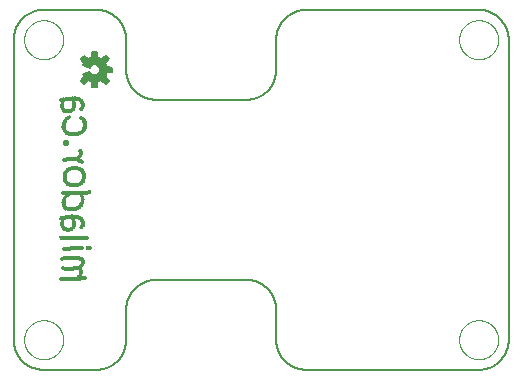
<source format=gbo>
G75*
%MOIN*%
%OFA0B0*%
%FSLAX25Y25*%
%IPPOS*%
%LPD*%
%AMOC8*
5,1,8,0,0,1.08239X$1,22.5*
%
%ADD10C,0.00800*%
%ADD11R,0.00130X0.00390*%
%ADD12R,0.00130X0.00260*%
%ADD13R,0.00130X0.00780*%
%ADD14R,0.00130X0.00650*%
%ADD15R,0.00130X0.00910*%
%ADD16R,0.00130X0.01040*%
%ADD17R,0.00130X0.01040*%
%ADD18R,0.00130X0.01170*%
%ADD19R,0.00130X0.01430*%
%ADD20R,0.00130X0.01560*%
%ADD21R,0.00130X0.02210*%
%ADD22R,0.00130X0.00130*%
%ADD23R,0.00130X0.01170*%
%ADD24R,0.00130X0.01300*%
%ADD25R,0.00130X0.03900*%
%ADD26R,0.00130X0.04030*%
%ADD27R,0.00130X0.04290*%
%ADD28R,0.00130X0.01950*%
%ADD29R,0.00130X0.02340*%
%ADD30R,0.00130X0.04420*%
%ADD31R,0.00130X0.04550*%
%ADD32R,0.00130X0.02600*%
%ADD33R,0.00130X0.00520*%
%ADD34R,0.00130X0.02990*%
%ADD35R,0.00130X0.03120*%
%ADD36R,0.00130X0.01690*%
%ADD37R,0.00130X0.03510*%
%ADD38R,0.00130X0.04680*%
%ADD39R,0.00130X0.03640*%
%ADD40R,0.00130X0.04290*%
%ADD41R,0.00130X0.01690*%
%ADD42R,0.00130X0.04940*%
%ADD43R,0.00130X0.05200*%
%ADD44R,0.00130X0.01820*%
%ADD45R,0.00130X0.02860*%
%ADD46R,0.00130X0.02080*%
%ADD47R,0.00130X0.02470*%
%ADD48R,0.00130X0.04940*%
%ADD49R,0.00130X0.01820*%
%ADD50R,0.00130X0.00390*%
%ADD51R,0.00130X0.05070*%
%ADD52R,0.00130X0.04810*%
%ADD53R,0.00130X0.03250*%
%ADD54R,0.00130X0.02730*%
%ADD55R,0.00130X0.02340*%
%ADD56R,0.00130X0.05070*%
%ADD57R,0.00130X0.03120*%
%ADD58R,0.00130X0.05460*%
%ADD59R,0.00130X0.02470*%
%ADD60R,0.00130X0.03770*%
%ADD61R,0.00130X0.05330*%
%ADD62R,0.00130X0.04160*%
%ADD63R,0.00130X0.03380*%
%ADD64R,0.00130X0.03770*%
%ADD65R,0.00130X0.00520*%
%ADD66C,0.00000*%
%ADD67C,0.00591*%
D10*
X0012250Y0015449D02*
X0029750Y0015449D01*
X0029992Y0015452D01*
X0030233Y0015461D01*
X0030474Y0015475D01*
X0030715Y0015496D01*
X0030955Y0015522D01*
X0031195Y0015554D01*
X0031434Y0015592D01*
X0031671Y0015635D01*
X0031908Y0015685D01*
X0032143Y0015740D01*
X0032377Y0015800D01*
X0032609Y0015867D01*
X0032840Y0015938D01*
X0033069Y0016016D01*
X0033296Y0016099D01*
X0033521Y0016187D01*
X0033744Y0016281D01*
X0033964Y0016380D01*
X0034182Y0016485D01*
X0034397Y0016594D01*
X0034610Y0016709D01*
X0034820Y0016829D01*
X0035026Y0016954D01*
X0035230Y0017084D01*
X0035431Y0017219D01*
X0035628Y0017359D01*
X0035822Y0017503D01*
X0036012Y0017652D01*
X0036198Y0017806D01*
X0036381Y0017964D01*
X0036560Y0018126D01*
X0036735Y0018293D01*
X0036906Y0018464D01*
X0037073Y0018639D01*
X0037235Y0018818D01*
X0037393Y0019001D01*
X0037547Y0019187D01*
X0037696Y0019377D01*
X0037840Y0019571D01*
X0037980Y0019768D01*
X0038115Y0019969D01*
X0038245Y0020173D01*
X0038370Y0020379D01*
X0038490Y0020589D01*
X0038605Y0020802D01*
X0038714Y0021017D01*
X0038819Y0021235D01*
X0038918Y0021455D01*
X0039012Y0021678D01*
X0039100Y0021903D01*
X0039183Y0022130D01*
X0039261Y0022359D01*
X0039332Y0022590D01*
X0039399Y0022822D01*
X0039459Y0023056D01*
X0039514Y0023291D01*
X0039564Y0023528D01*
X0039607Y0023765D01*
X0039645Y0024004D01*
X0039677Y0024244D01*
X0039703Y0024484D01*
X0039724Y0024725D01*
X0039738Y0024966D01*
X0039747Y0025207D01*
X0039750Y0025449D01*
X0039750Y0035449D01*
X0039753Y0035691D01*
X0039762Y0035932D01*
X0039776Y0036173D01*
X0039797Y0036414D01*
X0039823Y0036654D01*
X0039855Y0036894D01*
X0039893Y0037133D01*
X0039936Y0037370D01*
X0039986Y0037607D01*
X0040041Y0037842D01*
X0040101Y0038076D01*
X0040168Y0038308D01*
X0040239Y0038539D01*
X0040317Y0038768D01*
X0040400Y0038995D01*
X0040488Y0039220D01*
X0040582Y0039443D01*
X0040681Y0039663D01*
X0040786Y0039881D01*
X0040895Y0040096D01*
X0041010Y0040309D01*
X0041130Y0040519D01*
X0041255Y0040725D01*
X0041385Y0040929D01*
X0041520Y0041130D01*
X0041660Y0041327D01*
X0041804Y0041521D01*
X0041953Y0041711D01*
X0042107Y0041897D01*
X0042265Y0042080D01*
X0042427Y0042259D01*
X0042594Y0042434D01*
X0042765Y0042605D01*
X0042940Y0042772D01*
X0043119Y0042934D01*
X0043302Y0043092D01*
X0043488Y0043246D01*
X0043678Y0043395D01*
X0043872Y0043539D01*
X0044069Y0043679D01*
X0044270Y0043814D01*
X0044474Y0043944D01*
X0044680Y0044069D01*
X0044890Y0044189D01*
X0045103Y0044304D01*
X0045318Y0044413D01*
X0045536Y0044518D01*
X0045756Y0044617D01*
X0045979Y0044711D01*
X0046204Y0044799D01*
X0046431Y0044882D01*
X0046660Y0044960D01*
X0046891Y0045031D01*
X0047123Y0045098D01*
X0047357Y0045158D01*
X0047592Y0045213D01*
X0047829Y0045263D01*
X0048066Y0045306D01*
X0048305Y0045344D01*
X0048545Y0045376D01*
X0048785Y0045402D01*
X0049026Y0045423D01*
X0049267Y0045437D01*
X0049508Y0045446D01*
X0049750Y0045449D01*
X0079750Y0045449D01*
X0079992Y0045446D01*
X0080233Y0045437D01*
X0080474Y0045423D01*
X0080715Y0045402D01*
X0080955Y0045376D01*
X0081195Y0045344D01*
X0081434Y0045306D01*
X0081671Y0045263D01*
X0081908Y0045213D01*
X0082143Y0045158D01*
X0082377Y0045098D01*
X0082609Y0045031D01*
X0082840Y0044960D01*
X0083069Y0044882D01*
X0083296Y0044799D01*
X0083521Y0044711D01*
X0083744Y0044617D01*
X0083964Y0044518D01*
X0084182Y0044413D01*
X0084397Y0044304D01*
X0084610Y0044189D01*
X0084820Y0044069D01*
X0085026Y0043944D01*
X0085230Y0043814D01*
X0085431Y0043679D01*
X0085628Y0043539D01*
X0085822Y0043395D01*
X0086012Y0043246D01*
X0086198Y0043092D01*
X0086381Y0042934D01*
X0086560Y0042772D01*
X0086735Y0042605D01*
X0086906Y0042434D01*
X0087073Y0042259D01*
X0087235Y0042080D01*
X0087393Y0041897D01*
X0087547Y0041711D01*
X0087696Y0041521D01*
X0087840Y0041327D01*
X0087980Y0041130D01*
X0088115Y0040929D01*
X0088245Y0040725D01*
X0088370Y0040519D01*
X0088490Y0040309D01*
X0088605Y0040096D01*
X0088714Y0039881D01*
X0088819Y0039663D01*
X0088918Y0039443D01*
X0089012Y0039220D01*
X0089100Y0038995D01*
X0089183Y0038768D01*
X0089261Y0038539D01*
X0089332Y0038308D01*
X0089399Y0038076D01*
X0089459Y0037842D01*
X0089514Y0037607D01*
X0089564Y0037370D01*
X0089607Y0037133D01*
X0089645Y0036894D01*
X0089677Y0036654D01*
X0089703Y0036414D01*
X0089724Y0036173D01*
X0089738Y0035932D01*
X0089747Y0035691D01*
X0089750Y0035449D01*
X0089750Y0025449D01*
X0089753Y0025207D01*
X0089762Y0024966D01*
X0089776Y0024725D01*
X0089797Y0024484D01*
X0089823Y0024244D01*
X0089855Y0024004D01*
X0089893Y0023765D01*
X0089936Y0023528D01*
X0089986Y0023291D01*
X0090041Y0023056D01*
X0090101Y0022822D01*
X0090168Y0022590D01*
X0090239Y0022359D01*
X0090317Y0022130D01*
X0090400Y0021903D01*
X0090488Y0021678D01*
X0090582Y0021455D01*
X0090681Y0021235D01*
X0090786Y0021017D01*
X0090895Y0020802D01*
X0091010Y0020589D01*
X0091130Y0020379D01*
X0091255Y0020173D01*
X0091385Y0019969D01*
X0091520Y0019768D01*
X0091660Y0019571D01*
X0091804Y0019377D01*
X0091953Y0019187D01*
X0092107Y0019001D01*
X0092265Y0018818D01*
X0092427Y0018639D01*
X0092594Y0018464D01*
X0092765Y0018293D01*
X0092940Y0018126D01*
X0093119Y0017964D01*
X0093302Y0017806D01*
X0093488Y0017652D01*
X0093678Y0017503D01*
X0093872Y0017359D01*
X0094069Y0017219D01*
X0094270Y0017084D01*
X0094474Y0016954D01*
X0094680Y0016829D01*
X0094890Y0016709D01*
X0095103Y0016594D01*
X0095318Y0016485D01*
X0095536Y0016380D01*
X0095756Y0016281D01*
X0095979Y0016187D01*
X0096204Y0016099D01*
X0096431Y0016016D01*
X0096660Y0015938D01*
X0096891Y0015867D01*
X0097123Y0015800D01*
X0097357Y0015740D01*
X0097592Y0015685D01*
X0097829Y0015635D01*
X0098066Y0015592D01*
X0098305Y0015554D01*
X0098545Y0015522D01*
X0098785Y0015496D01*
X0099026Y0015475D01*
X0099267Y0015461D01*
X0099508Y0015452D01*
X0099750Y0015449D01*
X0157250Y0015449D01*
X0157492Y0015452D01*
X0157733Y0015461D01*
X0157974Y0015475D01*
X0158215Y0015496D01*
X0158455Y0015522D01*
X0158695Y0015554D01*
X0158934Y0015592D01*
X0159171Y0015635D01*
X0159408Y0015685D01*
X0159643Y0015740D01*
X0159877Y0015800D01*
X0160109Y0015867D01*
X0160340Y0015938D01*
X0160569Y0016016D01*
X0160796Y0016099D01*
X0161021Y0016187D01*
X0161244Y0016281D01*
X0161464Y0016380D01*
X0161682Y0016485D01*
X0161897Y0016594D01*
X0162110Y0016709D01*
X0162320Y0016829D01*
X0162526Y0016954D01*
X0162730Y0017084D01*
X0162931Y0017219D01*
X0163128Y0017359D01*
X0163322Y0017503D01*
X0163512Y0017652D01*
X0163698Y0017806D01*
X0163881Y0017964D01*
X0164060Y0018126D01*
X0164235Y0018293D01*
X0164406Y0018464D01*
X0164573Y0018639D01*
X0164735Y0018818D01*
X0164893Y0019001D01*
X0165047Y0019187D01*
X0165196Y0019377D01*
X0165340Y0019571D01*
X0165480Y0019768D01*
X0165615Y0019969D01*
X0165745Y0020173D01*
X0165870Y0020379D01*
X0165990Y0020589D01*
X0166105Y0020802D01*
X0166214Y0021017D01*
X0166319Y0021235D01*
X0166418Y0021455D01*
X0166512Y0021678D01*
X0166600Y0021903D01*
X0166683Y0022130D01*
X0166761Y0022359D01*
X0166832Y0022590D01*
X0166899Y0022822D01*
X0166959Y0023056D01*
X0167014Y0023291D01*
X0167064Y0023528D01*
X0167107Y0023765D01*
X0167145Y0024004D01*
X0167177Y0024244D01*
X0167203Y0024484D01*
X0167224Y0024725D01*
X0167238Y0024966D01*
X0167247Y0025207D01*
X0167250Y0025449D01*
X0167250Y0125449D01*
X0167247Y0125691D01*
X0167238Y0125932D01*
X0167224Y0126173D01*
X0167203Y0126414D01*
X0167177Y0126654D01*
X0167145Y0126894D01*
X0167107Y0127133D01*
X0167064Y0127370D01*
X0167014Y0127607D01*
X0166959Y0127842D01*
X0166899Y0128076D01*
X0166832Y0128308D01*
X0166761Y0128539D01*
X0166683Y0128768D01*
X0166600Y0128995D01*
X0166512Y0129220D01*
X0166418Y0129443D01*
X0166319Y0129663D01*
X0166214Y0129881D01*
X0166105Y0130096D01*
X0165990Y0130309D01*
X0165870Y0130519D01*
X0165745Y0130725D01*
X0165615Y0130929D01*
X0165480Y0131130D01*
X0165340Y0131327D01*
X0165196Y0131521D01*
X0165047Y0131711D01*
X0164893Y0131897D01*
X0164735Y0132080D01*
X0164573Y0132259D01*
X0164406Y0132434D01*
X0164235Y0132605D01*
X0164060Y0132772D01*
X0163881Y0132934D01*
X0163698Y0133092D01*
X0163512Y0133246D01*
X0163322Y0133395D01*
X0163128Y0133539D01*
X0162931Y0133679D01*
X0162730Y0133814D01*
X0162526Y0133944D01*
X0162320Y0134069D01*
X0162110Y0134189D01*
X0161897Y0134304D01*
X0161682Y0134413D01*
X0161464Y0134518D01*
X0161244Y0134617D01*
X0161021Y0134711D01*
X0160796Y0134799D01*
X0160569Y0134882D01*
X0160340Y0134960D01*
X0160109Y0135031D01*
X0159877Y0135098D01*
X0159643Y0135158D01*
X0159408Y0135213D01*
X0159171Y0135263D01*
X0158934Y0135306D01*
X0158695Y0135344D01*
X0158455Y0135376D01*
X0158215Y0135402D01*
X0157974Y0135423D01*
X0157733Y0135437D01*
X0157492Y0135446D01*
X0157250Y0135449D01*
X0099750Y0135449D01*
X0099508Y0135446D01*
X0099267Y0135437D01*
X0099026Y0135423D01*
X0098785Y0135402D01*
X0098545Y0135376D01*
X0098305Y0135344D01*
X0098066Y0135306D01*
X0097829Y0135263D01*
X0097592Y0135213D01*
X0097357Y0135158D01*
X0097123Y0135098D01*
X0096891Y0135031D01*
X0096660Y0134960D01*
X0096431Y0134882D01*
X0096204Y0134799D01*
X0095979Y0134711D01*
X0095756Y0134617D01*
X0095536Y0134518D01*
X0095318Y0134413D01*
X0095103Y0134304D01*
X0094890Y0134189D01*
X0094680Y0134069D01*
X0094474Y0133944D01*
X0094270Y0133814D01*
X0094069Y0133679D01*
X0093872Y0133539D01*
X0093678Y0133395D01*
X0093488Y0133246D01*
X0093302Y0133092D01*
X0093119Y0132934D01*
X0092940Y0132772D01*
X0092765Y0132605D01*
X0092594Y0132434D01*
X0092427Y0132259D01*
X0092265Y0132080D01*
X0092107Y0131897D01*
X0091953Y0131711D01*
X0091804Y0131521D01*
X0091660Y0131327D01*
X0091520Y0131130D01*
X0091385Y0130929D01*
X0091255Y0130725D01*
X0091130Y0130519D01*
X0091010Y0130309D01*
X0090895Y0130096D01*
X0090786Y0129881D01*
X0090681Y0129663D01*
X0090582Y0129443D01*
X0090488Y0129220D01*
X0090400Y0128995D01*
X0090317Y0128768D01*
X0090239Y0128539D01*
X0090168Y0128308D01*
X0090101Y0128076D01*
X0090041Y0127842D01*
X0089986Y0127607D01*
X0089936Y0127370D01*
X0089893Y0127133D01*
X0089855Y0126894D01*
X0089823Y0126654D01*
X0089797Y0126414D01*
X0089776Y0126173D01*
X0089762Y0125932D01*
X0089753Y0125691D01*
X0089750Y0125449D01*
X0089750Y0115449D01*
X0089747Y0115207D01*
X0089738Y0114966D01*
X0089724Y0114725D01*
X0089703Y0114484D01*
X0089677Y0114244D01*
X0089645Y0114004D01*
X0089607Y0113765D01*
X0089564Y0113528D01*
X0089514Y0113291D01*
X0089459Y0113056D01*
X0089399Y0112822D01*
X0089332Y0112590D01*
X0089261Y0112359D01*
X0089183Y0112130D01*
X0089100Y0111903D01*
X0089012Y0111678D01*
X0088918Y0111455D01*
X0088819Y0111235D01*
X0088714Y0111017D01*
X0088605Y0110802D01*
X0088490Y0110589D01*
X0088370Y0110379D01*
X0088245Y0110173D01*
X0088115Y0109969D01*
X0087980Y0109768D01*
X0087840Y0109571D01*
X0087696Y0109377D01*
X0087547Y0109187D01*
X0087393Y0109001D01*
X0087235Y0108818D01*
X0087073Y0108639D01*
X0086906Y0108464D01*
X0086735Y0108293D01*
X0086560Y0108126D01*
X0086381Y0107964D01*
X0086198Y0107806D01*
X0086012Y0107652D01*
X0085822Y0107503D01*
X0085628Y0107359D01*
X0085431Y0107219D01*
X0085230Y0107084D01*
X0085026Y0106954D01*
X0084820Y0106829D01*
X0084610Y0106709D01*
X0084397Y0106594D01*
X0084182Y0106485D01*
X0083964Y0106380D01*
X0083744Y0106281D01*
X0083521Y0106187D01*
X0083296Y0106099D01*
X0083069Y0106016D01*
X0082840Y0105938D01*
X0082609Y0105867D01*
X0082377Y0105800D01*
X0082143Y0105740D01*
X0081908Y0105685D01*
X0081671Y0105635D01*
X0081434Y0105592D01*
X0081195Y0105554D01*
X0080955Y0105522D01*
X0080715Y0105496D01*
X0080474Y0105475D01*
X0080233Y0105461D01*
X0079992Y0105452D01*
X0079750Y0105449D01*
X0049750Y0105449D01*
X0049508Y0105452D01*
X0049267Y0105461D01*
X0049026Y0105475D01*
X0048785Y0105496D01*
X0048545Y0105522D01*
X0048305Y0105554D01*
X0048066Y0105592D01*
X0047829Y0105635D01*
X0047592Y0105685D01*
X0047357Y0105740D01*
X0047123Y0105800D01*
X0046891Y0105867D01*
X0046660Y0105938D01*
X0046431Y0106016D01*
X0046204Y0106099D01*
X0045979Y0106187D01*
X0045756Y0106281D01*
X0045536Y0106380D01*
X0045318Y0106485D01*
X0045103Y0106594D01*
X0044890Y0106709D01*
X0044680Y0106829D01*
X0044474Y0106954D01*
X0044270Y0107084D01*
X0044069Y0107219D01*
X0043872Y0107359D01*
X0043678Y0107503D01*
X0043488Y0107652D01*
X0043302Y0107806D01*
X0043119Y0107964D01*
X0042940Y0108126D01*
X0042765Y0108293D01*
X0042594Y0108464D01*
X0042427Y0108639D01*
X0042265Y0108818D01*
X0042107Y0109001D01*
X0041953Y0109187D01*
X0041804Y0109377D01*
X0041660Y0109571D01*
X0041520Y0109768D01*
X0041385Y0109969D01*
X0041255Y0110173D01*
X0041130Y0110379D01*
X0041010Y0110589D01*
X0040895Y0110802D01*
X0040786Y0111017D01*
X0040681Y0111235D01*
X0040582Y0111455D01*
X0040488Y0111678D01*
X0040400Y0111903D01*
X0040317Y0112130D01*
X0040239Y0112359D01*
X0040168Y0112590D01*
X0040101Y0112822D01*
X0040041Y0113056D01*
X0039986Y0113291D01*
X0039936Y0113528D01*
X0039893Y0113765D01*
X0039855Y0114004D01*
X0039823Y0114244D01*
X0039797Y0114484D01*
X0039776Y0114725D01*
X0039762Y0114966D01*
X0039753Y0115207D01*
X0039750Y0115449D01*
X0039750Y0125449D01*
X0039747Y0125691D01*
X0039738Y0125932D01*
X0039724Y0126173D01*
X0039703Y0126414D01*
X0039677Y0126654D01*
X0039645Y0126894D01*
X0039607Y0127133D01*
X0039564Y0127370D01*
X0039514Y0127607D01*
X0039459Y0127842D01*
X0039399Y0128076D01*
X0039332Y0128308D01*
X0039261Y0128539D01*
X0039183Y0128768D01*
X0039100Y0128995D01*
X0039012Y0129220D01*
X0038918Y0129443D01*
X0038819Y0129663D01*
X0038714Y0129881D01*
X0038605Y0130096D01*
X0038490Y0130309D01*
X0038370Y0130519D01*
X0038245Y0130725D01*
X0038115Y0130929D01*
X0037980Y0131130D01*
X0037840Y0131327D01*
X0037696Y0131521D01*
X0037547Y0131711D01*
X0037393Y0131897D01*
X0037235Y0132080D01*
X0037073Y0132259D01*
X0036906Y0132434D01*
X0036735Y0132605D01*
X0036560Y0132772D01*
X0036381Y0132934D01*
X0036198Y0133092D01*
X0036012Y0133246D01*
X0035822Y0133395D01*
X0035628Y0133539D01*
X0035431Y0133679D01*
X0035230Y0133814D01*
X0035026Y0133944D01*
X0034820Y0134069D01*
X0034610Y0134189D01*
X0034397Y0134304D01*
X0034182Y0134413D01*
X0033964Y0134518D01*
X0033744Y0134617D01*
X0033521Y0134711D01*
X0033296Y0134799D01*
X0033069Y0134882D01*
X0032840Y0134960D01*
X0032609Y0135031D01*
X0032377Y0135098D01*
X0032143Y0135158D01*
X0031908Y0135213D01*
X0031671Y0135263D01*
X0031434Y0135306D01*
X0031195Y0135344D01*
X0030955Y0135376D01*
X0030715Y0135402D01*
X0030474Y0135423D01*
X0030233Y0135437D01*
X0029992Y0135446D01*
X0029750Y0135449D01*
X0012250Y0135449D01*
X0012008Y0135446D01*
X0011767Y0135437D01*
X0011526Y0135423D01*
X0011285Y0135402D01*
X0011045Y0135376D01*
X0010805Y0135344D01*
X0010566Y0135306D01*
X0010329Y0135263D01*
X0010092Y0135213D01*
X0009857Y0135158D01*
X0009623Y0135098D01*
X0009391Y0135031D01*
X0009160Y0134960D01*
X0008931Y0134882D01*
X0008704Y0134799D01*
X0008479Y0134711D01*
X0008256Y0134617D01*
X0008036Y0134518D01*
X0007818Y0134413D01*
X0007603Y0134304D01*
X0007390Y0134189D01*
X0007180Y0134069D01*
X0006974Y0133944D01*
X0006770Y0133814D01*
X0006569Y0133679D01*
X0006372Y0133539D01*
X0006178Y0133395D01*
X0005988Y0133246D01*
X0005802Y0133092D01*
X0005619Y0132934D01*
X0005440Y0132772D01*
X0005265Y0132605D01*
X0005094Y0132434D01*
X0004927Y0132259D01*
X0004765Y0132080D01*
X0004607Y0131897D01*
X0004453Y0131711D01*
X0004304Y0131521D01*
X0004160Y0131327D01*
X0004020Y0131130D01*
X0003885Y0130929D01*
X0003755Y0130725D01*
X0003630Y0130519D01*
X0003510Y0130309D01*
X0003395Y0130096D01*
X0003286Y0129881D01*
X0003181Y0129663D01*
X0003082Y0129443D01*
X0002988Y0129220D01*
X0002900Y0128995D01*
X0002817Y0128768D01*
X0002739Y0128539D01*
X0002668Y0128308D01*
X0002601Y0128076D01*
X0002541Y0127842D01*
X0002486Y0127607D01*
X0002436Y0127370D01*
X0002393Y0127133D01*
X0002355Y0126894D01*
X0002323Y0126654D01*
X0002297Y0126414D01*
X0002276Y0126173D01*
X0002262Y0125932D01*
X0002253Y0125691D01*
X0002250Y0125449D01*
X0002250Y0025449D01*
X0002253Y0025207D01*
X0002262Y0024966D01*
X0002276Y0024725D01*
X0002297Y0024484D01*
X0002323Y0024244D01*
X0002355Y0024004D01*
X0002393Y0023765D01*
X0002436Y0023528D01*
X0002486Y0023291D01*
X0002541Y0023056D01*
X0002601Y0022822D01*
X0002668Y0022590D01*
X0002739Y0022359D01*
X0002817Y0022130D01*
X0002900Y0021903D01*
X0002988Y0021678D01*
X0003082Y0021455D01*
X0003181Y0021235D01*
X0003286Y0021017D01*
X0003395Y0020802D01*
X0003510Y0020589D01*
X0003630Y0020379D01*
X0003755Y0020173D01*
X0003885Y0019969D01*
X0004020Y0019768D01*
X0004160Y0019571D01*
X0004304Y0019377D01*
X0004453Y0019187D01*
X0004607Y0019001D01*
X0004765Y0018818D01*
X0004927Y0018639D01*
X0005094Y0018464D01*
X0005265Y0018293D01*
X0005440Y0018126D01*
X0005619Y0017964D01*
X0005802Y0017806D01*
X0005988Y0017652D01*
X0006178Y0017503D01*
X0006372Y0017359D01*
X0006569Y0017219D01*
X0006770Y0017084D01*
X0006974Y0016954D01*
X0007180Y0016829D01*
X0007390Y0016709D01*
X0007603Y0016594D01*
X0007818Y0016485D01*
X0008036Y0016380D01*
X0008256Y0016281D01*
X0008479Y0016187D01*
X0008704Y0016099D01*
X0008931Y0016016D01*
X0009160Y0015938D01*
X0009391Y0015867D01*
X0009623Y0015800D01*
X0009857Y0015740D01*
X0010092Y0015685D01*
X0010329Y0015635D01*
X0010566Y0015592D01*
X0010805Y0015554D01*
X0011045Y0015522D01*
X0011285Y0015496D01*
X0011526Y0015475D01*
X0011767Y0015461D01*
X0012008Y0015452D01*
X0012250Y0015449D01*
D11*
X0017600Y0059589D03*
X0027350Y0059459D03*
X0024490Y0102229D03*
D12*
X0024360Y0099304D03*
X0018900Y0090984D03*
X0025920Y0072134D03*
X0024490Y0062774D03*
X0017730Y0045614D03*
D13*
X0017860Y0045614D03*
X0018120Y0052374D03*
X0017730Y0059654D03*
X0028260Y0056014D03*
X0018900Y0085264D03*
X0021110Y0099564D03*
X0024490Y0099304D03*
D14*
X0017730Y0105219D03*
X0025660Y0084679D03*
X0018380Y0074279D03*
X0017730Y0065829D03*
X0025790Y0055949D03*
X0018640Y0055559D03*
X0017990Y0052309D03*
X0018250Y0049319D03*
D15*
X0018380Y0049319D03*
X0018510Y0049319D03*
X0017990Y0045679D03*
X0026440Y0046199D03*
X0018770Y0055559D03*
X0017860Y0059589D03*
X0017860Y0065829D03*
X0024620Y0062839D03*
X0027090Y0059459D03*
X0027220Y0059459D03*
X0025660Y0055949D03*
X0028000Y0074539D03*
X0018510Y0074279D03*
X0025530Y0084679D03*
X0024100Y0088449D03*
X0018510Y0096509D03*
X0024620Y0099369D03*
X0024620Y0102229D03*
X0017860Y0105219D03*
D16*
X0017990Y0059524D03*
X0018120Y0059524D03*
X0018250Y0059524D03*
X0018380Y0059524D03*
X0018380Y0052374D03*
X0018250Y0052374D03*
D17*
X0018770Y0052504D03*
X0019030Y0049254D03*
X0019160Y0049254D03*
X0022410Y0049254D03*
X0022540Y0049254D03*
X0022670Y0049254D03*
X0022800Y0049254D03*
X0022930Y0049254D03*
X0023710Y0052764D03*
X0025530Y0056014D03*
X0026830Y0056014D03*
X0021500Y0055884D03*
X0018250Y0065894D03*
X0018120Y0065894D03*
X0017990Y0065894D03*
X0023060Y0066414D03*
X0023190Y0066414D03*
X0018640Y0074214D03*
X0027870Y0074604D03*
X0025400Y0084744D03*
X0019030Y0085264D03*
X0019030Y0090984D03*
X0020590Y0091114D03*
X0020980Y0099564D03*
X0024750Y0099304D03*
X0024880Y0099304D03*
X0018120Y0105284D03*
X0017990Y0105284D03*
X0020590Y0105804D03*
X0023190Y0105804D03*
X0023320Y0105804D03*
X0026180Y0046134D03*
X0026310Y0046134D03*
D18*
X0026050Y0046069D03*
X0025920Y0046069D03*
X0025790Y0046069D03*
X0023060Y0045679D03*
X0023060Y0049319D03*
X0023190Y0049319D03*
X0023320Y0049319D03*
X0023450Y0049319D03*
X0023580Y0049319D03*
X0023710Y0049319D03*
X0024360Y0052569D03*
X0023580Y0052829D03*
X0023450Y0052829D03*
X0023320Y0052829D03*
X0023190Y0052829D03*
X0023060Y0052829D03*
X0022930Y0052829D03*
X0022800Y0052829D03*
X0022670Y0052829D03*
X0022540Y0052829D03*
X0022410Y0052829D03*
X0022280Y0052829D03*
X0022150Y0052829D03*
X0022020Y0052829D03*
X0021890Y0052829D03*
X0021760Y0052829D03*
X0021630Y0052829D03*
X0021500Y0052829D03*
X0021370Y0052829D03*
X0021240Y0052829D03*
X0021110Y0052829D03*
X0020980Y0052829D03*
X0020850Y0052829D03*
X0020720Y0052829D03*
X0019420Y0052569D03*
X0019290Y0052569D03*
X0019160Y0052569D03*
X0019030Y0052569D03*
X0018900Y0052569D03*
X0018900Y0049319D03*
X0018770Y0049319D03*
X0018640Y0049319D03*
X0018250Y0045679D03*
X0018120Y0045679D03*
X0020200Y0055819D03*
X0020330Y0055819D03*
X0020460Y0055819D03*
X0020590Y0055819D03*
X0020720Y0055819D03*
X0020850Y0055819D03*
X0020980Y0055819D03*
X0021110Y0055819D03*
X0021240Y0055819D03*
X0021370Y0055819D03*
X0021370Y0059329D03*
X0021500Y0059329D03*
X0021630Y0059329D03*
X0021760Y0059329D03*
X0021890Y0059329D03*
X0022020Y0059329D03*
X0022150Y0059329D03*
X0022280Y0059329D03*
X0022410Y0059329D03*
X0022540Y0059329D03*
X0022670Y0059329D03*
X0022800Y0059329D03*
X0022930Y0059329D03*
X0023060Y0059329D03*
X0023190Y0059329D03*
X0023320Y0059329D03*
X0023450Y0059329D03*
X0023580Y0059329D03*
X0023710Y0059329D03*
X0023840Y0059329D03*
X0023970Y0059329D03*
X0024100Y0059329D03*
X0024230Y0059329D03*
X0024360Y0059329D03*
X0024490Y0059329D03*
X0024620Y0059329D03*
X0024750Y0059329D03*
X0024880Y0059329D03*
X0025010Y0059329D03*
X0025140Y0059329D03*
X0024750Y0062969D03*
X0023970Y0066219D03*
X0023840Y0066219D03*
X0022930Y0066479D03*
X0022800Y0066479D03*
X0022670Y0066479D03*
X0023060Y0069079D03*
X0019810Y0066219D03*
X0019680Y0066219D03*
X0021370Y0062319D03*
X0021240Y0059329D03*
X0021110Y0059329D03*
X0020980Y0059329D03*
X0028130Y0056079D03*
X0024360Y0074279D03*
X0024230Y0074279D03*
X0024100Y0074279D03*
X0023970Y0074279D03*
X0023840Y0074279D03*
X0023710Y0074279D03*
X0023580Y0074279D03*
X0023450Y0074279D03*
X0023320Y0074279D03*
X0023190Y0074279D03*
X0023060Y0074279D03*
X0022930Y0074279D03*
X0022800Y0074279D03*
X0022670Y0074279D03*
X0022540Y0074279D03*
X0022410Y0074279D03*
X0022280Y0074279D03*
X0022150Y0074279D03*
X0022020Y0074279D03*
X0021890Y0074279D03*
X0021760Y0074279D03*
X0021630Y0074279D03*
X0021500Y0074279D03*
X0021370Y0074279D03*
X0021240Y0074279D03*
X0021110Y0074279D03*
X0019550Y0074279D03*
X0019420Y0074279D03*
X0019290Y0074279D03*
X0019160Y0074279D03*
X0019030Y0074279D03*
X0018900Y0074279D03*
X0018770Y0074279D03*
X0024360Y0077269D03*
X0023970Y0082469D03*
X0021500Y0082469D03*
X0021500Y0085719D03*
X0021630Y0085719D03*
X0021760Y0085719D03*
X0021890Y0085719D03*
X0022020Y0085719D03*
X0022150Y0085719D03*
X0021370Y0085719D03*
X0021240Y0085719D03*
X0021110Y0085719D03*
X0020980Y0085719D03*
X0019420Y0085329D03*
X0019290Y0085329D03*
X0019160Y0085329D03*
X0024230Y0088319D03*
X0023970Y0094169D03*
X0020980Y0101579D03*
X0020850Y0101579D03*
X0020720Y0101579D03*
X0020590Y0101579D03*
X0020460Y0101579D03*
X0020330Y0101579D03*
X0020200Y0101579D03*
X0022670Y0105869D03*
X0022800Y0105869D03*
X0022930Y0105869D03*
X0023060Y0105869D03*
D19*
X0024490Y0105349D03*
X0024620Y0105219D03*
X0021500Y0105739D03*
X0021370Y0105739D03*
X0019420Y0105479D03*
X0019290Y0101969D03*
X0019420Y0101839D03*
X0020460Y0099369D03*
X0020330Y0099239D03*
X0020200Y0094429D03*
X0020460Y0091049D03*
X0019160Y0091049D03*
X0024620Y0094429D03*
X0024880Y0094559D03*
X0025010Y0094689D03*
X0025400Y0099109D03*
X0023190Y0085589D03*
X0024750Y0084939D03*
X0025010Y0084809D03*
X0024620Y0082209D03*
X0024750Y0082079D03*
X0020850Y0082209D03*
X0020720Y0082079D03*
X0020590Y0077399D03*
X0020460Y0077399D03*
X0020980Y0074149D03*
X0024490Y0074279D03*
X0024750Y0077529D03*
X0024230Y0069729D03*
X0024100Y0069599D03*
X0023970Y0069469D03*
X0023710Y0069339D03*
X0020460Y0069079D03*
X0020200Y0069209D03*
X0021370Y0066349D03*
X0021500Y0066349D03*
X0019420Y0066089D03*
X0018120Y0064009D03*
X0019290Y0062579D03*
X0019420Y0062449D03*
X0024490Y0065959D03*
X0024620Y0065829D03*
X0027090Y0055949D03*
X0024750Y0052309D03*
X0023970Y0049319D03*
X0023840Y0049319D03*
X0023580Y0045809D03*
X0023450Y0045809D03*
D20*
X0023710Y0045874D03*
X0024100Y0049254D03*
X0027220Y0056014D03*
X0027350Y0056014D03*
X0027480Y0056014D03*
X0027610Y0056014D03*
X0027740Y0056014D03*
X0027870Y0056014D03*
X0021890Y0062644D03*
X0023060Y0064204D03*
X0021630Y0066284D03*
X0019290Y0066024D03*
X0020070Y0069274D03*
X0019940Y0069404D03*
X0024360Y0069794D03*
X0020850Y0074084D03*
X0020330Y0077594D03*
X0020330Y0081754D03*
X0020460Y0081884D03*
X0020590Y0082014D03*
X0024880Y0082014D03*
X0023450Y0085654D03*
X0023320Y0085654D03*
X0019290Y0090984D03*
X0020070Y0094494D03*
X0019940Y0094624D03*
X0020070Y0099044D03*
X0020200Y0099174D03*
X0021890Y0102034D03*
X0023060Y0103594D03*
X0021760Y0105674D03*
X0021630Y0105674D03*
X0019290Y0105414D03*
X0018120Y0103464D03*
X0025920Y0103594D03*
X0025270Y0094884D03*
X0025140Y0094754D03*
X0025010Y0077724D03*
X0024880Y0077594D03*
D21*
X0019940Y0073759D03*
X0018250Y0064009D03*
X0022930Y0064139D03*
X0025010Y0047889D03*
X0024230Y0046329D03*
X0023970Y0085719D03*
X0025660Y0098589D03*
X0022930Y0103529D03*
X0018250Y0103399D03*
D22*
X0018250Y0074279D03*
X0018510Y0071029D03*
X0026700Y0055949D03*
D23*
X0025400Y0055949D03*
X0025270Y0055949D03*
X0025140Y0055949D03*
X0025010Y0055949D03*
X0024880Y0055949D03*
X0024750Y0055949D03*
X0024620Y0055949D03*
X0024490Y0055949D03*
X0024360Y0055949D03*
X0024230Y0055949D03*
X0024100Y0055949D03*
X0023970Y0055949D03*
X0023840Y0055949D03*
X0023710Y0055949D03*
X0023580Y0055949D03*
X0023450Y0055949D03*
X0023320Y0055949D03*
X0023190Y0055949D03*
X0023060Y0055949D03*
X0022930Y0055949D03*
X0022800Y0055949D03*
X0022670Y0055949D03*
X0022540Y0055949D03*
X0022410Y0055949D03*
X0022280Y0055949D03*
X0022150Y0055949D03*
X0022020Y0055949D03*
X0021890Y0055949D03*
X0021760Y0055949D03*
X0021630Y0055949D03*
X0020070Y0055689D03*
X0019940Y0055689D03*
X0019810Y0055689D03*
X0019680Y0055689D03*
X0019550Y0055689D03*
X0019290Y0055559D03*
X0019160Y0055559D03*
X0019030Y0055559D03*
X0018900Y0055559D03*
X0019680Y0052699D03*
X0019810Y0052699D03*
X0019940Y0052699D03*
X0020070Y0052699D03*
X0020200Y0052699D03*
X0020330Y0052699D03*
X0020460Y0052699D03*
X0018640Y0052439D03*
X0018510Y0052439D03*
X0019290Y0049189D03*
X0019420Y0049189D03*
X0019550Y0049189D03*
X0019680Y0049189D03*
X0019810Y0049189D03*
X0019940Y0049189D03*
X0020070Y0049189D03*
X0020200Y0049189D03*
X0020330Y0049189D03*
X0020460Y0049189D03*
X0020590Y0049189D03*
X0020720Y0049189D03*
X0020850Y0049189D03*
X0020980Y0049189D03*
X0021110Y0049189D03*
X0021240Y0049189D03*
X0021370Y0049189D03*
X0021500Y0049189D03*
X0021630Y0049189D03*
X0021760Y0049189D03*
X0021890Y0049189D03*
X0022020Y0049189D03*
X0022150Y0049189D03*
X0022280Y0049189D03*
X0025270Y0047889D03*
X0025270Y0045939D03*
X0025140Y0045939D03*
X0025010Y0045939D03*
X0022410Y0045549D03*
X0022280Y0045549D03*
X0022150Y0045549D03*
X0022020Y0045549D03*
X0021890Y0045549D03*
X0021760Y0045549D03*
X0021630Y0045549D03*
X0021500Y0045549D03*
X0021370Y0045549D03*
X0021240Y0045549D03*
X0021110Y0045549D03*
X0020980Y0045549D03*
X0020850Y0045549D03*
X0020720Y0045549D03*
X0020590Y0045549D03*
X0020460Y0045549D03*
X0020330Y0045549D03*
X0020200Y0045549D03*
X0020070Y0045549D03*
X0019940Y0045549D03*
X0019810Y0045549D03*
X0019680Y0045549D03*
X0019550Y0045549D03*
X0019420Y0045549D03*
X0019290Y0045549D03*
X0019160Y0045549D03*
X0019030Y0045549D03*
X0018900Y0045549D03*
X0018770Y0045549D03*
X0018640Y0045549D03*
X0023840Y0052699D03*
X0023970Y0052699D03*
X0024100Y0052699D03*
X0026570Y0059459D03*
X0026700Y0059459D03*
X0026830Y0059459D03*
X0026960Y0059459D03*
X0021110Y0062189D03*
X0020980Y0062189D03*
X0020850Y0062189D03*
X0020720Y0062189D03*
X0020590Y0062189D03*
X0020460Y0062189D03*
X0020330Y0062189D03*
X0020200Y0062189D03*
X0020070Y0062189D03*
X0019940Y0059459D03*
X0019810Y0059459D03*
X0019680Y0059459D03*
X0019550Y0059459D03*
X0019420Y0059459D03*
X0019290Y0059459D03*
X0019160Y0059459D03*
X0019030Y0059459D03*
X0018900Y0059459D03*
X0018770Y0059459D03*
X0018640Y0059459D03*
X0018510Y0059459D03*
X0020070Y0066349D03*
X0020200Y0066349D03*
X0020330Y0066349D03*
X0020460Y0066349D03*
X0020590Y0066349D03*
X0020720Y0066349D03*
X0020850Y0066349D03*
X0023320Y0066349D03*
X0023450Y0066349D03*
X0023580Y0066349D03*
X0023710Y0066349D03*
X0024230Y0066089D03*
X0023450Y0069209D03*
X0022670Y0068949D03*
X0022540Y0068949D03*
X0022410Y0068949D03*
X0022280Y0068949D03*
X0020850Y0068949D03*
X0025660Y0074409D03*
X0025790Y0074409D03*
X0025920Y0074409D03*
X0026050Y0074409D03*
X0026180Y0074409D03*
X0026310Y0074409D03*
X0026440Y0074409D03*
X0026570Y0074409D03*
X0027220Y0074539D03*
X0027350Y0074539D03*
X0027480Y0074539D03*
X0027610Y0074539D03*
X0027740Y0074539D03*
X0024100Y0077139D03*
X0023970Y0077139D03*
X0023710Y0077009D03*
X0023580Y0077009D03*
X0023450Y0077009D03*
X0023320Y0077009D03*
X0021760Y0077009D03*
X0021630Y0077009D03*
X0021500Y0077009D03*
X0021110Y0077139D03*
X0022020Y0082599D03*
X0022150Y0082599D03*
X0022280Y0082599D03*
X0022410Y0082599D03*
X0022540Y0082599D03*
X0022670Y0082599D03*
X0022800Y0082599D03*
X0022930Y0082599D03*
X0023060Y0082599D03*
X0023190Y0082599D03*
X0023320Y0082599D03*
X0023450Y0082599D03*
X0020720Y0085589D03*
X0020590Y0085589D03*
X0020460Y0085589D03*
X0020330Y0085589D03*
X0020200Y0085589D03*
X0019810Y0085459D03*
X0019680Y0085459D03*
X0021110Y0094039D03*
X0021760Y0093909D03*
X0021890Y0093909D03*
X0022020Y0093909D03*
X0022150Y0093909D03*
X0022280Y0093909D03*
X0022410Y0093909D03*
X0022540Y0093909D03*
X0022670Y0093909D03*
X0023320Y0094039D03*
X0023450Y0094039D03*
X0023580Y0094039D03*
X0024360Y0094299D03*
X0025010Y0099239D03*
X0025140Y0099239D03*
X0024750Y0102359D03*
X0023970Y0105609D03*
X0023840Y0105609D03*
X0023710Y0105739D03*
X0023580Y0105739D03*
X0023450Y0105739D03*
X0020720Y0105739D03*
X0020460Y0105739D03*
X0020330Y0105739D03*
X0020200Y0105739D03*
X0020070Y0105739D03*
X0019940Y0105739D03*
X0019810Y0105609D03*
X0019680Y0105609D03*
X0018250Y0105349D03*
X0019810Y0101709D03*
X0021370Y0101709D03*
X0020850Y0099499D03*
X0020720Y0099499D03*
D24*
X0020590Y0099434D03*
X0021110Y0101644D03*
X0021240Y0101644D03*
X0021500Y0101774D03*
X0021630Y0101774D03*
X0021760Y0101904D03*
X0020070Y0101644D03*
X0019940Y0101644D03*
X0019680Y0101774D03*
X0019550Y0101774D03*
X0019550Y0105544D03*
X0020850Y0105804D03*
X0020980Y0105804D03*
X0021110Y0105804D03*
X0021240Y0105804D03*
X0024100Y0105544D03*
X0024230Y0105544D03*
X0024360Y0105414D03*
X0025270Y0099174D03*
X0024750Y0094494D03*
X0024490Y0094364D03*
X0024230Y0094234D03*
X0024100Y0094234D03*
X0023840Y0094104D03*
X0023710Y0094104D03*
X0023190Y0093974D03*
X0023060Y0093974D03*
X0022930Y0093974D03*
X0022800Y0093974D03*
X0021630Y0093974D03*
X0021500Y0093974D03*
X0021370Y0093974D03*
X0021240Y0093974D03*
X0020980Y0094104D03*
X0020850Y0094104D03*
X0020720Y0094104D03*
X0020590Y0094234D03*
X0020460Y0094234D03*
X0020330Y0094364D03*
X0025270Y0087604D03*
X0024360Y0085134D03*
X0024490Y0085004D03*
X0024620Y0085004D03*
X0024880Y0084874D03*
X0025140Y0084744D03*
X0025270Y0084744D03*
X0023060Y0085654D03*
X0022930Y0085654D03*
X0022800Y0085654D03*
X0022670Y0085654D03*
X0022540Y0085654D03*
X0022410Y0085654D03*
X0022280Y0085654D03*
X0020850Y0085654D03*
X0020070Y0085524D03*
X0019940Y0085524D03*
X0019550Y0085394D03*
X0020980Y0082274D03*
X0021110Y0082274D03*
X0021240Y0082404D03*
X0021370Y0082404D03*
X0021630Y0082534D03*
X0021760Y0082534D03*
X0021890Y0082534D03*
X0023580Y0082534D03*
X0023710Y0082534D03*
X0023840Y0082534D03*
X0024100Y0082404D03*
X0024230Y0082404D03*
X0024360Y0082274D03*
X0024490Y0082274D03*
X0024620Y0077464D03*
X0024490Y0077334D03*
X0024230Y0077204D03*
X0023840Y0077074D03*
X0023190Y0076944D03*
X0023060Y0076944D03*
X0022930Y0076944D03*
X0022800Y0076944D03*
X0022670Y0076944D03*
X0022540Y0076944D03*
X0022410Y0076944D03*
X0022280Y0076944D03*
X0022150Y0076944D03*
X0022020Y0076944D03*
X0021890Y0076944D03*
X0021370Y0077074D03*
X0021240Y0077074D03*
X0020980Y0077204D03*
X0020850Y0077204D03*
X0020720Y0077334D03*
X0026700Y0074474D03*
X0026830Y0074474D03*
X0026960Y0074474D03*
X0027090Y0074474D03*
X0023840Y0069404D03*
X0023580Y0069274D03*
X0023320Y0069144D03*
X0023190Y0069144D03*
X0022930Y0069014D03*
X0022800Y0069014D03*
X0022150Y0068884D03*
X0022020Y0068884D03*
X0021890Y0068884D03*
X0021760Y0068884D03*
X0021630Y0068884D03*
X0021500Y0068884D03*
X0021370Y0068884D03*
X0021240Y0068884D03*
X0021110Y0068884D03*
X0020980Y0068884D03*
X0020720Y0069014D03*
X0020590Y0069014D03*
X0020330Y0069144D03*
X0020980Y0066414D03*
X0021110Y0066414D03*
X0021240Y0066414D03*
X0019940Y0066284D03*
X0019550Y0066154D03*
X0019550Y0062384D03*
X0019680Y0062384D03*
X0019810Y0062254D03*
X0019940Y0062254D03*
X0021240Y0062254D03*
X0021500Y0062384D03*
X0021630Y0062384D03*
X0021760Y0062514D03*
X0020850Y0059394D03*
X0020720Y0059394D03*
X0020590Y0059394D03*
X0020460Y0059394D03*
X0020330Y0059394D03*
X0020200Y0059394D03*
X0020070Y0059394D03*
X0019420Y0055624D03*
X0019550Y0052634D03*
X0020590Y0052764D03*
X0024230Y0052634D03*
X0024490Y0052504D03*
X0024620Y0052504D03*
X0025920Y0051334D03*
X0026960Y0056014D03*
X0028000Y0056014D03*
X0026440Y0059394D03*
X0026310Y0059394D03*
X0026180Y0059394D03*
X0026050Y0059394D03*
X0025920Y0059394D03*
X0025790Y0059394D03*
X0025660Y0059394D03*
X0025530Y0059394D03*
X0025400Y0059394D03*
X0025270Y0059394D03*
X0024360Y0066024D03*
X0024100Y0066154D03*
X0025400Y0046004D03*
X0025530Y0046004D03*
X0025660Y0046004D03*
X0024880Y0045874D03*
X0023320Y0045744D03*
X0023190Y0045744D03*
X0022930Y0045614D03*
X0022800Y0045614D03*
X0022670Y0045614D03*
X0022540Y0045614D03*
X0018510Y0045614D03*
X0018380Y0045614D03*
D25*
X0018380Y0064594D03*
X0019160Y0071094D03*
X0025920Y0079804D03*
X0026310Y0097094D03*
X0018380Y0103984D03*
D26*
X0018510Y0103919D03*
X0025140Y0103659D03*
X0019030Y0096639D03*
X0019420Y0079609D03*
X0018510Y0064529D03*
X0025010Y0064269D03*
X0025140Y0064269D03*
D27*
X0018640Y0064399D03*
D28*
X0024880Y0063229D03*
X0024750Y0070379D03*
X0020330Y0073889D03*
X0020200Y0073889D03*
X0018640Y0071029D03*
X0025270Y0078179D03*
X0023840Y0085719D03*
X0019940Y0091049D03*
X0019810Y0091049D03*
X0019680Y0091049D03*
X0025530Y0095209D03*
X0026700Y0097029D03*
X0025790Y0051269D03*
X0024230Y0049189D03*
X0024100Y0046069D03*
D29*
X0018640Y0096574D03*
D30*
X0018640Y0103854D03*
X0018770Y0103854D03*
D31*
X0018900Y0103789D03*
X0026050Y0097029D03*
X0025660Y0079869D03*
X0025530Y0072719D03*
X0019420Y0071159D03*
X0018900Y0064399D03*
X0018770Y0064399D03*
D32*
X0018770Y0071094D03*
X0019030Y0079544D03*
X0024230Y0085914D03*
D33*
X0023970Y0088514D03*
X0018770Y0085264D03*
X0021240Y0099564D03*
X0026570Y0046134D03*
D34*
X0025400Y0051269D03*
X0026180Y0079869D03*
X0018770Y0096639D03*
D35*
X0019160Y0079544D03*
X0018900Y0071094D03*
X0025270Y0051204D03*
D36*
X0025140Y0047889D03*
X0023840Y0045939D03*
X0022020Y0062839D03*
X0019160Y0062709D03*
X0019160Y0065829D03*
X0021760Y0066219D03*
X0019810Y0069469D03*
X0020590Y0074019D03*
X0020720Y0074019D03*
X0020200Y0077659D03*
X0018900Y0079479D03*
X0025140Y0077919D03*
X0025140Y0081689D03*
X0025010Y0081819D03*
X0023580Y0085719D03*
X0019810Y0094819D03*
X0025400Y0095079D03*
X0022020Y0102229D03*
X0024750Y0105089D03*
X0019160Y0105219D03*
X0024620Y0070119D03*
X0024490Y0069989D03*
X0025920Y0064139D03*
D37*
X0026050Y0079869D03*
X0018900Y0096639D03*
D38*
X0019290Y0096704D03*
X0019030Y0103724D03*
X0022540Y0104114D03*
X0019680Y0079674D03*
X0019550Y0071224D03*
X0019030Y0064334D03*
X0022540Y0064724D03*
D39*
X0025400Y0064204D03*
X0019030Y0071094D03*
X0019290Y0079544D03*
X0025400Y0103594D03*
X0025010Y0051204D03*
D40*
X0019290Y0071159D03*
X0019550Y0079609D03*
X0025790Y0079869D03*
X0026180Y0097029D03*
X0019160Y0096639D03*
D41*
X0019940Y0098849D03*
X0019160Y0102099D03*
X0025530Y0098849D03*
X0020330Y0091049D03*
X0020200Y0091049D03*
X0020070Y0091049D03*
X0019550Y0091049D03*
X0019420Y0091049D03*
X0024620Y0074149D03*
X0024750Y0065699D03*
D42*
X0022280Y0064594D03*
X0019420Y0096704D03*
X0022280Y0103984D03*
D43*
X0019550Y0096704D03*
X0019940Y0079674D03*
X0025140Y0072394D03*
X0024620Y0047824D03*
D44*
X0019680Y0069664D03*
X0020200Y0081624D03*
D45*
X0024620Y0087474D03*
X0026570Y0097094D03*
X0025660Y0103594D03*
X0019680Y0073434D03*
X0025660Y0072134D03*
X0025660Y0064204D03*
D46*
X0024880Y0065374D03*
X0022020Y0066024D03*
X0025790Y0072134D03*
X0024750Y0073954D03*
X0020070Y0073824D03*
X0026310Y0079934D03*
X0025270Y0081494D03*
X0020070Y0081364D03*
X0019680Y0095014D03*
X0019680Y0098394D03*
X0022020Y0105414D03*
X0024880Y0104764D03*
D47*
X0019810Y0073629D03*
D48*
X0019810Y0079674D03*
D49*
X0020070Y0077854D03*
X0020460Y0073954D03*
X0021890Y0066154D03*
X0023710Y0085654D03*
X0025140Y0087604D03*
X0019810Y0098654D03*
X0024880Y0102554D03*
X0021890Y0105544D03*
X0023970Y0046004D03*
D50*
X0026440Y0079999D03*
X0020720Y0091049D03*
D51*
X0025790Y0097029D03*
X0022150Y0103919D03*
X0025400Y0079869D03*
X0022150Y0064529D03*
D52*
X0022410Y0064659D03*
X0025400Y0072589D03*
X0025530Y0079869D03*
X0025920Y0097029D03*
X0022410Y0104049D03*
D53*
X0022670Y0103529D03*
X0025530Y0103529D03*
X0025530Y0064139D03*
X0022670Y0064139D03*
D54*
X0022800Y0064139D03*
X0025530Y0051269D03*
X0024750Y0087539D03*
X0022800Y0103529D03*
D55*
X0025790Y0103594D03*
X0025660Y0095534D03*
X0025010Y0087604D03*
X0024100Y0085784D03*
X0025790Y0064204D03*
X0025660Y0051204D03*
D56*
X0024490Y0047759D03*
X0024360Y0047759D03*
X0025270Y0072459D03*
D57*
X0024490Y0087474D03*
X0024360Y0087474D03*
D58*
X0024880Y0072264D03*
X0024750Y0047954D03*
D59*
X0024880Y0047889D03*
X0024880Y0087539D03*
D60*
X0025270Y0103659D03*
X0024880Y0051139D03*
D61*
X0025010Y0072329D03*
D62*
X0025010Y0103724D03*
D63*
X0026440Y0097094D03*
X0025140Y0051204D03*
D64*
X0025270Y0064269D03*
D65*
X0028130Y0074604D03*
D66*
X0005750Y0025449D02*
X0005752Y0025610D01*
X0005758Y0025770D01*
X0005768Y0025931D01*
X0005782Y0026091D01*
X0005800Y0026251D01*
X0005821Y0026410D01*
X0005847Y0026569D01*
X0005877Y0026727D01*
X0005910Y0026884D01*
X0005948Y0027041D01*
X0005989Y0027196D01*
X0006034Y0027350D01*
X0006083Y0027503D01*
X0006136Y0027655D01*
X0006192Y0027806D01*
X0006253Y0027955D01*
X0006316Y0028103D01*
X0006384Y0028249D01*
X0006455Y0028393D01*
X0006529Y0028535D01*
X0006607Y0028676D01*
X0006689Y0028814D01*
X0006774Y0028951D01*
X0006862Y0029085D01*
X0006954Y0029217D01*
X0007049Y0029347D01*
X0007147Y0029475D01*
X0007248Y0029600D01*
X0007352Y0029722D01*
X0007459Y0029842D01*
X0007569Y0029959D01*
X0007682Y0030074D01*
X0007798Y0030185D01*
X0007917Y0030294D01*
X0008038Y0030399D01*
X0008162Y0030502D01*
X0008288Y0030602D01*
X0008416Y0030698D01*
X0008547Y0030791D01*
X0008681Y0030881D01*
X0008816Y0030968D01*
X0008954Y0031051D01*
X0009093Y0031131D01*
X0009235Y0031207D01*
X0009378Y0031280D01*
X0009523Y0031349D01*
X0009670Y0031415D01*
X0009818Y0031477D01*
X0009968Y0031535D01*
X0010119Y0031590D01*
X0010272Y0031641D01*
X0010426Y0031688D01*
X0010581Y0031731D01*
X0010737Y0031770D01*
X0010893Y0031806D01*
X0011051Y0031837D01*
X0011209Y0031865D01*
X0011368Y0031889D01*
X0011528Y0031909D01*
X0011688Y0031925D01*
X0011848Y0031937D01*
X0012009Y0031945D01*
X0012170Y0031949D01*
X0012330Y0031949D01*
X0012491Y0031945D01*
X0012652Y0031937D01*
X0012812Y0031925D01*
X0012972Y0031909D01*
X0013132Y0031889D01*
X0013291Y0031865D01*
X0013449Y0031837D01*
X0013607Y0031806D01*
X0013763Y0031770D01*
X0013919Y0031731D01*
X0014074Y0031688D01*
X0014228Y0031641D01*
X0014381Y0031590D01*
X0014532Y0031535D01*
X0014682Y0031477D01*
X0014830Y0031415D01*
X0014977Y0031349D01*
X0015122Y0031280D01*
X0015265Y0031207D01*
X0015407Y0031131D01*
X0015546Y0031051D01*
X0015684Y0030968D01*
X0015819Y0030881D01*
X0015953Y0030791D01*
X0016084Y0030698D01*
X0016212Y0030602D01*
X0016338Y0030502D01*
X0016462Y0030399D01*
X0016583Y0030294D01*
X0016702Y0030185D01*
X0016818Y0030074D01*
X0016931Y0029959D01*
X0017041Y0029842D01*
X0017148Y0029722D01*
X0017252Y0029600D01*
X0017353Y0029475D01*
X0017451Y0029347D01*
X0017546Y0029217D01*
X0017638Y0029085D01*
X0017726Y0028951D01*
X0017811Y0028814D01*
X0017893Y0028676D01*
X0017971Y0028535D01*
X0018045Y0028393D01*
X0018116Y0028249D01*
X0018184Y0028103D01*
X0018247Y0027955D01*
X0018308Y0027806D01*
X0018364Y0027655D01*
X0018417Y0027503D01*
X0018466Y0027350D01*
X0018511Y0027196D01*
X0018552Y0027041D01*
X0018590Y0026884D01*
X0018623Y0026727D01*
X0018653Y0026569D01*
X0018679Y0026410D01*
X0018700Y0026251D01*
X0018718Y0026091D01*
X0018732Y0025931D01*
X0018742Y0025770D01*
X0018748Y0025610D01*
X0018750Y0025449D01*
X0018748Y0025288D01*
X0018742Y0025128D01*
X0018732Y0024967D01*
X0018718Y0024807D01*
X0018700Y0024647D01*
X0018679Y0024488D01*
X0018653Y0024329D01*
X0018623Y0024171D01*
X0018590Y0024014D01*
X0018552Y0023857D01*
X0018511Y0023702D01*
X0018466Y0023548D01*
X0018417Y0023395D01*
X0018364Y0023243D01*
X0018308Y0023092D01*
X0018247Y0022943D01*
X0018184Y0022795D01*
X0018116Y0022649D01*
X0018045Y0022505D01*
X0017971Y0022363D01*
X0017893Y0022222D01*
X0017811Y0022084D01*
X0017726Y0021947D01*
X0017638Y0021813D01*
X0017546Y0021681D01*
X0017451Y0021551D01*
X0017353Y0021423D01*
X0017252Y0021298D01*
X0017148Y0021176D01*
X0017041Y0021056D01*
X0016931Y0020939D01*
X0016818Y0020824D01*
X0016702Y0020713D01*
X0016583Y0020604D01*
X0016462Y0020499D01*
X0016338Y0020396D01*
X0016212Y0020296D01*
X0016084Y0020200D01*
X0015953Y0020107D01*
X0015819Y0020017D01*
X0015684Y0019930D01*
X0015546Y0019847D01*
X0015407Y0019767D01*
X0015265Y0019691D01*
X0015122Y0019618D01*
X0014977Y0019549D01*
X0014830Y0019483D01*
X0014682Y0019421D01*
X0014532Y0019363D01*
X0014381Y0019308D01*
X0014228Y0019257D01*
X0014074Y0019210D01*
X0013919Y0019167D01*
X0013763Y0019128D01*
X0013607Y0019092D01*
X0013449Y0019061D01*
X0013291Y0019033D01*
X0013132Y0019009D01*
X0012972Y0018989D01*
X0012812Y0018973D01*
X0012652Y0018961D01*
X0012491Y0018953D01*
X0012330Y0018949D01*
X0012170Y0018949D01*
X0012009Y0018953D01*
X0011848Y0018961D01*
X0011688Y0018973D01*
X0011528Y0018989D01*
X0011368Y0019009D01*
X0011209Y0019033D01*
X0011051Y0019061D01*
X0010893Y0019092D01*
X0010737Y0019128D01*
X0010581Y0019167D01*
X0010426Y0019210D01*
X0010272Y0019257D01*
X0010119Y0019308D01*
X0009968Y0019363D01*
X0009818Y0019421D01*
X0009670Y0019483D01*
X0009523Y0019549D01*
X0009378Y0019618D01*
X0009235Y0019691D01*
X0009093Y0019767D01*
X0008954Y0019847D01*
X0008816Y0019930D01*
X0008681Y0020017D01*
X0008547Y0020107D01*
X0008416Y0020200D01*
X0008288Y0020296D01*
X0008162Y0020396D01*
X0008038Y0020499D01*
X0007917Y0020604D01*
X0007798Y0020713D01*
X0007682Y0020824D01*
X0007569Y0020939D01*
X0007459Y0021056D01*
X0007352Y0021176D01*
X0007248Y0021298D01*
X0007147Y0021423D01*
X0007049Y0021551D01*
X0006954Y0021681D01*
X0006862Y0021813D01*
X0006774Y0021947D01*
X0006689Y0022084D01*
X0006607Y0022222D01*
X0006529Y0022363D01*
X0006455Y0022505D01*
X0006384Y0022649D01*
X0006316Y0022795D01*
X0006253Y0022943D01*
X0006192Y0023092D01*
X0006136Y0023243D01*
X0006083Y0023395D01*
X0006034Y0023548D01*
X0005989Y0023702D01*
X0005948Y0023857D01*
X0005910Y0024014D01*
X0005877Y0024171D01*
X0005847Y0024329D01*
X0005821Y0024488D01*
X0005800Y0024647D01*
X0005782Y0024807D01*
X0005768Y0024967D01*
X0005758Y0025128D01*
X0005752Y0025288D01*
X0005750Y0025449D01*
X0005750Y0125449D02*
X0005752Y0125610D01*
X0005758Y0125770D01*
X0005768Y0125931D01*
X0005782Y0126091D01*
X0005800Y0126251D01*
X0005821Y0126410D01*
X0005847Y0126569D01*
X0005877Y0126727D01*
X0005910Y0126884D01*
X0005948Y0127041D01*
X0005989Y0127196D01*
X0006034Y0127350D01*
X0006083Y0127503D01*
X0006136Y0127655D01*
X0006192Y0127806D01*
X0006253Y0127955D01*
X0006316Y0128103D01*
X0006384Y0128249D01*
X0006455Y0128393D01*
X0006529Y0128535D01*
X0006607Y0128676D01*
X0006689Y0128814D01*
X0006774Y0128951D01*
X0006862Y0129085D01*
X0006954Y0129217D01*
X0007049Y0129347D01*
X0007147Y0129475D01*
X0007248Y0129600D01*
X0007352Y0129722D01*
X0007459Y0129842D01*
X0007569Y0129959D01*
X0007682Y0130074D01*
X0007798Y0130185D01*
X0007917Y0130294D01*
X0008038Y0130399D01*
X0008162Y0130502D01*
X0008288Y0130602D01*
X0008416Y0130698D01*
X0008547Y0130791D01*
X0008681Y0130881D01*
X0008816Y0130968D01*
X0008954Y0131051D01*
X0009093Y0131131D01*
X0009235Y0131207D01*
X0009378Y0131280D01*
X0009523Y0131349D01*
X0009670Y0131415D01*
X0009818Y0131477D01*
X0009968Y0131535D01*
X0010119Y0131590D01*
X0010272Y0131641D01*
X0010426Y0131688D01*
X0010581Y0131731D01*
X0010737Y0131770D01*
X0010893Y0131806D01*
X0011051Y0131837D01*
X0011209Y0131865D01*
X0011368Y0131889D01*
X0011528Y0131909D01*
X0011688Y0131925D01*
X0011848Y0131937D01*
X0012009Y0131945D01*
X0012170Y0131949D01*
X0012330Y0131949D01*
X0012491Y0131945D01*
X0012652Y0131937D01*
X0012812Y0131925D01*
X0012972Y0131909D01*
X0013132Y0131889D01*
X0013291Y0131865D01*
X0013449Y0131837D01*
X0013607Y0131806D01*
X0013763Y0131770D01*
X0013919Y0131731D01*
X0014074Y0131688D01*
X0014228Y0131641D01*
X0014381Y0131590D01*
X0014532Y0131535D01*
X0014682Y0131477D01*
X0014830Y0131415D01*
X0014977Y0131349D01*
X0015122Y0131280D01*
X0015265Y0131207D01*
X0015407Y0131131D01*
X0015546Y0131051D01*
X0015684Y0130968D01*
X0015819Y0130881D01*
X0015953Y0130791D01*
X0016084Y0130698D01*
X0016212Y0130602D01*
X0016338Y0130502D01*
X0016462Y0130399D01*
X0016583Y0130294D01*
X0016702Y0130185D01*
X0016818Y0130074D01*
X0016931Y0129959D01*
X0017041Y0129842D01*
X0017148Y0129722D01*
X0017252Y0129600D01*
X0017353Y0129475D01*
X0017451Y0129347D01*
X0017546Y0129217D01*
X0017638Y0129085D01*
X0017726Y0128951D01*
X0017811Y0128814D01*
X0017893Y0128676D01*
X0017971Y0128535D01*
X0018045Y0128393D01*
X0018116Y0128249D01*
X0018184Y0128103D01*
X0018247Y0127955D01*
X0018308Y0127806D01*
X0018364Y0127655D01*
X0018417Y0127503D01*
X0018466Y0127350D01*
X0018511Y0127196D01*
X0018552Y0127041D01*
X0018590Y0126884D01*
X0018623Y0126727D01*
X0018653Y0126569D01*
X0018679Y0126410D01*
X0018700Y0126251D01*
X0018718Y0126091D01*
X0018732Y0125931D01*
X0018742Y0125770D01*
X0018748Y0125610D01*
X0018750Y0125449D01*
X0018748Y0125288D01*
X0018742Y0125128D01*
X0018732Y0124967D01*
X0018718Y0124807D01*
X0018700Y0124647D01*
X0018679Y0124488D01*
X0018653Y0124329D01*
X0018623Y0124171D01*
X0018590Y0124014D01*
X0018552Y0123857D01*
X0018511Y0123702D01*
X0018466Y0123548D01*
X0018417Y0123395D01*
X0018364Y0123243D01*
X0018308Y0123092D01*
X0018247Y0122943D01*
X0018184Y0122795D01*
X0018116Y0122649D01*
X0018045Y0122505D01*
X0017971Y0122363D01*
X0017893Y0122222D01*
X0017811Y0122084D01*
X0017726Y0121947D01*
X0017638Y0121813D01*
X0017546Y0121681D01*
X0017451Y0121551D01*
X0017353Y0121423D01*
X0017252Y0121298D01*
X0017148Y0121176D01*
X0017041Y0121056D01*
X0016931Y0120939D01*
X0016818Y0120824D01*
X0016702Y0120713D01*
X0016583Y0120604D01*
X0016462Y0120499D01*
X0016338Y0120396D01*
X0016212Y0120296D01*
X0016084Y0120200D01*
X0015953Y0120107D01*
X0015819Y0120017D01*
X0015684Y0119930D01*
X0015546Y0119847D01*
X0015407Y0119767D01*
X0015265Y0119691D01*
X0015122Y0119618D01*
X0014977Y0119549D01*
X0014830Y0119483D01*
X0014682Y0119421D01*
X0014532Y0119363D01*
X0014381Y0119308D01*
X0014228Y0119257D01*
X0014074Y0119210D01*
X0013919Y0119167D01*
X0013763Y0119128D01*
X0013607Y0119092D01*
X0013449Y0119061D01*
X0013291Y0119033D01*
X0013132Y0119009D01*
X0012972Y0118989D01*
X0012812Y0118973D01*
X0012652Y0118961D01*
X0012491Y0118953D01*
X0012330Y0118949D01*
X0012170Y0118949D01*
X0012009Y0118953D01*
X0011848Y0118961D01*
X0011688Y0118973D01*
X0011528Y0118989D01*
X0011368Y0119009D01*
X0011209Y0119033D01*
X0011051Y0119061D01*
X0010893Y0119092D01*
X0010737Y0119128D01*
X0010581Y0119167D01*
X0010426Y0119210D01*
X0010272Y0119257D01*
X0010119Y0119308D01*
X0009968Y0119363D01*
X0009818Y0119421D01*
X0009670Y0119483D01*
X0009523Y0119549D01*
X0009378Y0119618D01*
X0009235Y0119691D01*
X0009093Y0119767D01*
X0008954Y0119847D01*
X0008816Y0119930D01*
X0008681Y0120017D01*
X0008547Y0120107D01*
X0008416Y0120200D01*
X0008288Y0120296D01*
X0008162Y0120396D01*
X0008038Y0120499D01*
X0007917Y0120604D01*
X0007798Y0120713D01*
X0007682Y0120824D01*
X0007569Y0120939D01*
X0007459Y0121056D01*
X0007352Y0121176D01*
X0007248Y0121298D01*
X0007147Y0121423D01*
X0007049Y0121551D01*
X0006954Y0121681D01*
X0006862Y0121813D01*
X0006774Y0121947D01*
X0006689Y0122084D01*
X0006607Y0122222D01*
X0006529Y0122363D01*
X0006455Y0122505D01*
X0006384Y0122649D01*
X0006316Y0122795D01*
X0006253Y0122943D01*
X0006192Y0123092D01*
X0006136Y0123243D01*
X0006083Y0123395D01*
X0006034Y0123548D01*
X0005989Y0123702D01*
X0005948Y0123857D01*
X0005910Y0124014D01*
X0005877Y0124171D01*
X0005847Y0124329D01*
X0005821Y0124488D01*
X0005800Y0124647D01*
X0005782Y0124807D01*
X0005768Y0124967D01*
X0005758Y0125128D01*
X0005752Y0125288D01*
X0005750Y0125449D01*
X0150750Y0125449D02*
X0150752Y0125610D01*
X0150758Y0125770D01*
X0150768Y0125931D01*
X0150782Y0126091D01*
X0150800Y0126251D01*
X0150821Y0126410D01*
X0150847Y0126569D01*
X0150877Y0126727D01*
X0150910Y0126884D01*
X0150948Y0127041D01*
X0150989Y0127196D01*
X0151034Y0127350D01*
X0151083Y0127503D01*
X0151136Y0127655D01*
X0151192Y0127806D01*
X0151253Y0127955D01*
X0151316Y0128103D01*
X0151384Y0128249D01*
X0151455Y0128393D01*
X0151529Y0128535D01*
X0151607Y0128676D01*
X0151689Y0128814D01*
X0151774Y0128951D01*
X0151862Y0129085D01*
X0151954Y0129217D01*
X0152049Y0129347D01*
X0152147Y0129475D01*
X0152248Y0129600D01*
X0152352Y0129722D01*
X0152459Y0129842D01*
X0152569Y0129959D01*
X0152682Y0130074D01*
X0152798Y0130185D01*
X0152917Y0130294D01*
X0153038Y0130399D01*
X0153162Y0130502D01*
X0153288Y0130602D01*
X0153416Y0130698D01*
X0153547Y0130791D01*
X0153681Y0130881D01*
X0153816Y0130968D01*
X0153954Y0131051D01*
X0154093Y0131131D01*
X0154235Y0131207D01*
X0154378Y0131280D01*
X0154523Y0131349D01*
X0154670Y0131415D01*
X0154818Y0131477D01*
X0154968Y0131535D01*
X0155119Y0131590D01*
X0155272Y0131641D01*
X0155426Y0131688D01*
X0155581Y0131731D01*
X0155737Y0131770D01*
X0155893Y0131806D01*
X0156051Y0131837D01*
X0156209Y0131865D01*
X0156368Y0131889D01*
X0156528Y0131909D01*
X0156688Y0131925D01*
X0156848Y0131937D01*
X0157009Y0131945D01*
X0157170Y0131949D01*
X0157330Y0131949D01*
X0157491Y0131945D01*
X0157652Y0131937D01*
X0157812Y0131925D01*
X0157972Y0131909D01*
X0158132Y0131889D01*
X0158291Y0131865D01*
X0158449Y0131837D01*
X0158607Y0131806D01*
X0158763Y0131770D01*
X0158919Y0131731D01*
X0159074Y0131688D01*
X0159228Y0131641D01*
X0159381Y0131590D01*
X0159532Y0131535D01*
X0159682Y0131477D01*
X0159830Y0131415D01*
X0159977Y0131349D01*
X0160122Y0131280D01*
X0160265Y0131207D01*
X0160407Y0131131D01*
X0160546Y0131051D01*
X0160684Y0130968D01*
X0160819Y0130881D01*
X0160953Y0130791D01*
X0161084Y0130698D01*
X0161212Y0130602D01*
X0161338Y0130502D01*
X0161462Y0130399D01*
X0161583Y0130294D01*
X0161702Y0130185D01*
X0161818Y0130074D01*
X0161931Y0129959D01*
X0162041Y0129842D01*
X0162148Y0129722D01*
X0162252Y0129600D01*
X0162353Y0129475D01*
X0162451Y0129347D01*
X0162546Y0129217D01*
X0162638Y0129085D01*
X0162726Y0128951D01*
X0162811Y0128814D01*
X0162893Y0128676D01*
X0162971Y0128535D01*
X0163045Y0128393D01*
X0163116Y0128249D01*
X0163184Y0128103D01*
X0163247Y0127955D01*
X0163308Y0127806D01*
X0163364Y0127655D01*
X0163417Y0127503D01*
X0163466Y0127350D01*
X0163511Y0127196D01*
X0163552Y0127041D01*
X0163590Y0126884D01*
X0163623Y0126727D01*
X0163653Y0126569D01*
X0163679Y0126410D01*
X0163700Y0126251D01*
X0163718Y0126091D01*
X0163732Y0125931D01*
X0163742Y0125770D01*
X0163748Y0125610D01*
X0163750Y0125449D01*
X0163748Y0125288D01*
X0163742Y0125128D01*
X0163732Y0124967D01*
X0163718Y0124807D01*
X0163700Y0124647D01*
X0163679Y0124488D01*
X0163653Y0124329D01*
X0163623Y0124171D01*
X0163590Y0124014D01*
X0163552Y0123857D01*
X0163511Y0123702D01*
X0163466Y0123548D01*
X0163417Y0123395D01*
X0163364Y0123243D01*
X0163308Y0123092D01*
X0163247Y0122943D01*
X0163184Y0122795D01*
X0163116Y0122649D01*
X0163045Y0122505D01*
X0162971Y0122363D01*
X0162893Y0122222D01*
X0162811Y0122084D01*
X0162726Y0121947D01*
X0162638Y0121813D01*
X0162546Y0121681D01*
X0162451Y0121551D01*
X0162353Y0121423D01*
X0162252Y0121298D01*
X0162148Y0121176D01*
X0162041Y0121056D01*
X0161931Y0120939D01*
X0161818Y0120824D01*
X0161702Y0120713D01*
X0161583Y0120604D01*
X0161462Y0120499D01*
X0161338Y0120396D01*
X0161212Y0120296D01*
X0161084Y0120200D01*
X0160953Y0120107D01*
X0160819Y0120017D01*
X0160684Y0119930D01*
X0160546Y0119847D01*
X0160407Y0119767D01*
X0160265Y0119691D01*
X0160122Y0119618D01*
X0159977Y0119549D01*
X0159830Y0119483D01*
X0159682Y0119421D01*
X0159532Y0119363D01*
X0159381Y0119308D01*
X0159228Y0119257D01*
X0159074Y0119210D01*
X0158919Y0119167D01*
X0158763Y0119128D01*
X0158607Y0119092D01*
X0158449Y0119061D01*
X0158291Y0119033D01*
X0158132Y0119009D01*
X0157972Y0118989D01*
X0157812Y0118973D01*
X0157652Y0118961D01*
X0157491Y0118953D01*
X0157330Y0118949D01*
X0157170Y0118949D01*
X0157009Y0118953D01*
X0156848Y0118961D01*
X0156688Y0118973D01*
X0156528Y0118989D01*
X0156368Y0119009D01*
X0156209Y0119033D01*
X0156051Y0119061D01*
X0155893Y0119092D01*
X0155737Y0119128D01*
X0155581Y0119167D01*
X0155426Y0119210D01*
X0155272Y0119257D01*
X0155119Y0119308D01*
X0154968Y0119363D01*
X0154818Y0119421D01*
X0154670Y0119483D01*
X0154523Y0119549D01*
X0154378Y0119618D01*
X0154235Y0119691D01*
X0154093Y0119767D01*
X0153954Y0119847D01*
X0153816Y0119930D01*
X0153681Y0120017D01*
X0153547Y0120107D01*
X0153416Y0120200D01*
X0153288Y0120296D01*
X0153162Y0120396D01*
X0153038Y0120499D01*
X0152917Y0120604D01*
X0152798Y0120713D01*
X0152682Y0120824D01*
X0152569Y0120939D01*
X0152459Y0121056D01*
X0152352Y0121176D01*
X0152248Y0121298D01*
X0152147Y0121423D01*
X0152049Y0121551D01*
X0151954Y0121681D01*
X0151862Y0121813D01*
X0151774Y0121947D01*
X0151689Y0122084D01*
X0151607Y0122222D01*
X0151529Y0122363D01*
X0151455Y0122505D01*
X0151384Y0122649D01*
X0151316Y0122795D01*
X0151253Y0122943D01*
X0151192Y0123092D01*
X0151136Y0123243D01*
X0151083Y0123395D01*
X0151034Y0123548D01*
X0150989Y0123702D01*
X0150948Y0123857D01*
X0150910Y0124014D01*
X0150877Y0124171D01*
X0150847Y0124329D01*
X0150821Y0124488D01*
X0150800Y0124647D01*
X0150782Y0124807D01*
X0150768Y0124967D01*
X0150758Y0125128D01*
X0150752Y0125288D01*
X0150750Y0125449D01*
X0150750Y0025449D02*
X0150752Y0025610D01*
X0150758Y0025770D01*
X0150768Y0025931D01*
X0150782Y0026091D01*
X0150800Y0026251D01*
X0150821Y0026410D01*
X0150847Y0026569D01*
X0150877Y0026727D01*
X0150910Y0026884D01*
X0150948Y0027041D01*
X0150989Y0027196D01*
X0151034Y0027350D01*
X0151083Y0027503D01*
X0151136Y0027655D01*
X0151192Y0027806D01*
X0151253Y0027955D01*
X0151316Y0028103D01*
X0151384Y0028249D01*
X0151455Y0028393D01*
X0151529Y0028535D01*
X0151607Y0028676D01*
X0151689Y0028814D01*
X0151774Y0028951D01*
X0151862Y0029085D01*
X0151954Y0029217D01*
X0152049Y0029347D01*
X0152147Y0029475D01*
X0152248Y0029600D01*
X0152352Y0029722D01*
X0152459Y0029842D01*
X0152569Y0029959D01*
X0152682Y0030074D01*
X0152798Y0030185D01*
X0152917Y0030294D01*
X0153038Y0030399D01*
X0153162Y0030502D01*
X0153288Y0030602D01*
X0153416Y0030698D01*
X0153547Y0030791D01*
X0153681Y0030881D01*
X0153816Y0030968D01*
X0153954Y0031051D01*
X0154093Y0031131D01*
X0154235Y0031207D01*
X0154378Y0031280D01*
X0154523Y0031349D01*
X0154670Y0031415D01*
X0154818Y0031477D01*
X0154968Y0031535D01*
X0155119Y0031590D01*
X0155272Y0031641D01*
X0155426Y0031688D01*
X0155581Y0031731D01*
X0155737Y0031770D01*
X0155893Y0031806D01*
X0156051Y0031837D01*
X0156209Y0031865D01*
X0156368Y0031889D01*
X0156528Y0031909D01*
X0156688Y0031925D01*
X0156848Y0031937D01*
X0157009Y0031945D01*
X0157170Y0031949D01*
X0157330Y0031949D01*
X0157491Y0031945D01*
X0157652Y0031937D01*
X0157812Y0031925D01*
X0157972Y0031909D01*
X0158132Y0031889D01*
X0158291Y0031865D01*
X0158449Y0031837D01*
X0158607Y0031806D01*
X0158763Y0031770D01*
X0158919Y0031731D01*
X0159074Y0031688D01*
X0159228Y0031641D01*
X0159381Y0031590D01*
X0159532Y0031535D01*
X0159682Y0031477D01*
X0159830Y0031415D01*
X0159977Y0031349D01*
X0160122Y0031280D01*
X0160265Y0031207D01*
X0160407Y0031131D01*
X0160546Y0031051D01*
X0160684Y0030968D01*
X0160819Y0030881D01*
X0160953Y0030791D01*
X0161084Y0030698D01*
X0161212Y0030602D01*
X0161338Y0030502D01*
X0161462Y0030399D01*
X0161583Y0030294D01*
X0161702Y0030185D01*
X0161818Y0030074D01*
X0161931Y0029959D01*
X0162041Y0029842D01*
X0162148Y0029722D01*
X0162252Y0029600D01*
X0162353Y0029475D01*
X0162451Y0029347D01*
X0162546Y0029217D01*
X0162638Y0029085D01*
X0162726Y0028951D01*
X0162811Y0028814D01*
X0162893Y0028676D01*
X0162971Y0028535D01*
X0163045Y0028393D01*
X0163116Y0028249D01*
X0163184Y0028103D01*
X0163247Y0027955D01*
X0163308Y0027806D01*
X0163364Y0027655D01*
X0163417Y0027503D01*
X0163466Y0027350D01*
X0163511Y0027196D01*
X0163552Y0027041D01*
X0163590Y0026884D01*
X0163623Y0026727D01*
X0163653Y0026569D01*
X0163679Y0026410D01*
X0163700Y0026251D01*
X0163718Y0026091D01*
X0163732Y0025931D01*
X0163742Y0025770D01*
X0163748Y0025610D01*
X0163750Y0025449D01*
X0163748Y0025288D01*
X0163742Y0025128D01*
X0163732Y0024967D01*
X0163718Y0024807D01*
X0163700Y0024647D01*
X0163679Y0024488D01*
X0163653Y0024329D01*
X0163623Y0024171D01*
X0163590Y0024014D01*
X0163552Y0023857D01*
X0163511Y0023702D01*
X0163466Y0023548D01*
X0163417Y0023395D01*
X0163364Y0023243D01*
X0163308Y0023092D01*
X0163247Y0022943D01*
X0163184Y0022795D01*
X0163116Y0022649D01*
X0163045Y0022505D01*
X0162971Y0022363D01*
X0162893Y0022222D01*
X0162811Y0022084D01*
X0162726Y0021947D01*
X0162638Y0021813D01*
X0162546Y0021681D01*
X0162451Y0021551D01*
X0162353Y0021423D01*
X0162252Y0021298D01*
X0162148Y0021176D01*
X0162041Y0021056D01*
X0161931Y0020939D01*
X0161818Y0020824D01*
X0161702Y0020713D01*
X0161583Y0020604D01*
X0161462Y0020499D01*
X0161338Y0020396D01*
X0161212Y0020296D01*
X0161084Y0020200D01*
X0160953Y0020107D01*
X0160819Y0020017D01*
X0160684Y0019930D01*
X0160546Y0019847D01*
X0160407Y0019767D01*
X0160265Y0019691D01*
X0160122Y0019618D01*
X0159977Y0019549D01*
X0159830Y0019483D01*
X0159682Y0019421D01*
X0159532Y0019363D01*
X0159381Y0019308D01*
X0159228Y0019257D01*
X0159074Y0019210D01*
X0158919Y0019167D01*
X0158763Y0019128D01*
X0158607Y0019092D01*
X0158449Y0019061D01*
X0158291Y0019033D01*
X0158132Y0019009D01*
X0157972Y0018989D01*
X0157812Y0018973D01*
X0157652Y0018961D01*
X0157491Y0018953D01*
X0157330Y0018949D01*
X0157170Y0018949D01*
X0157009Y0018953D01*
X0156848Y0018961D01*
X0156688Y0018973D01*
X0156528Y0018989D01*
X0156368Y0019009D01*
X0156209Y0019033D01*
X0156051Y0019061D01*
X0155893Y0019092D01*
X0155737Y0019128D01*
X0155581Y0019167D01*
X0155426Y0019210D01*
X0155272Y0019257D01*
X0155119Y0019308D01*
X0154968Y0019363D01*
X0154818Y0019421D01*
X0154670Y0019483D01*
X0154523Y0019549D01*
X0154378Y0019618D01*
X0154235Y0019691D01*
X0154093Y0019767D01*
X0153954Y0019847D01*
X0153816Y0019930D01*
X0153681Y0020017D01*
X0153547Y0020107D01*
X0153416Y0020200D01*
X0153288Y0020296D01*
X0153162Y0020396D01*
X0153038Y0020499D01*
X0152917Y0020604D01*
X0152798Y0020713D01*
X0152682Y0020824D01*
X0152569Y0020939D01*
X0152459Y0021056D01*
X0152352Y0021176D01*
X0152248Y0021298D01*
X0152147Y0021423D01*
X0152049Y0021551D01*
X0151954Y0021681D01*
X0151862Y0021813D01*
X0151774Y0021947D01*
X0151689Y0022084D01*
X0151607Y0022222D01*
X0151529Y0022363D01*
X0151455Y0022505D01*
X0151384Y0022649D01*
X0151316Y0022795D01*
X0151253Y0022943D01*
X0151192Y0023092D01*
X0151136Y0023243D01*
X0151083Y0023395D01*
X0151034Y0023548D01*
X0150989Y0023702D01*
X0150948Y0023857D01*
X0150910Y0024014D01*
X0150877Y0024171D01*
X0150847Y0024329D01*
X0150821Y0024488D01*
X0150800Y0024647D01*
X0150782Y0024807D01*
X0150768Y0024967D01*
X0150758Y0025128D01*
X0150752Y0025288D01*
X0150750Y0025449D01*
D67*
X0033904Y0111813D02*
X0032886Y0110795D01*
X0031402Y0112006D01*
X0030804Y0111698D01*
X0030163Y0111493D01*
X0029970Y0109587D01*
X0028530Y0109587D01*
X0028337Y0111493D01*
X0027696Y0111698D01*
X0027098Y0112006D01*
X0025614Y0110795D01*
X0024596Y0111813D01*
X0025807Y0113297D01*
X0025499Y0113895D01*
X0027545Y0114743D01*
X0027757Y0114364D01*
X0028051Y0114045D01*
X0028412Y0113804D01*
X0028819Y0113654D01*
X0029250Y0113603D01*
X0029689Y0113656D01*
X0030102Y0113812D01*
X0030467Y0114061D01*
X0030761Y0114390D01*
X0030970Y0114780D01*
X0031079Y0115208D01*
X0031084Y0115649D01*
X0030984Y0116080D01*
X0030784Y0116474D01*
X0030496Y0116809D01*
X0030137Y0117066D01*
X0029727Y0117231D01*
X0029290Y0117293D01*
X0028850Y0117250D01*
X0028434Y0117104D01*
X0028064Y0116862D01*
X0027762Y0116540D01*
X0027545Y0116155D01*
X0025499Y0117003D01*
X0025807Y0117600D01*
X0024596Y0119085D01*
X0025614Y0120102D01*
X0027098Y0118892D01*
X0027696Y0119200D01*
X0028337Y0119405D01*
X0028530Y0121310D01*
X0029970Y0121310D01*
X0030163Y0119405D01*
X0030804Y0119200D01*
X0031402Y0118892D01*
X0032886Y0120102D01*
X0033904Y0119085D01*
X0032693Y0117600D01*
X0033001Y0117003D01*
X0033206Y0116362D01*
X0035111Y0116169D01*
X0035111Y0114729D01*
X0033206Y0114535D01*
X0033001Y0113895D01*
X0032693Y0113297D01*
X0033904Y0111813D01*
X0033775Y0111971D02*
X0031444Y0111971D01*
X0031334Y0111971D02*
X0027166Y0111971D01*
X0027056Y0111971D02*
X0024725Y0111971D01*
X0025028Y0111382D02*
X0026333Y0111382D01*
X0025205Y0112560D02*
X0033295Y0112560D01*
X0032814Y0113149D02*
X0025686Y0113149D01*
X0025580Y0113738D02*
X0028592Y0113738D01*
X0027791Y0114327D02*
X0026542Y0114327D01*
X0026270Y0116683D02*
X0027896Y0116683D01*
X0029075Y0117272D02*
X0025638Y0117272D01*
X0025594Y0117861D02*
X0032906Y0117861D01*
X0032862Y0117272D02*
X0029438Y0117272D01*
X0030604Y0116683D02*
X0033104Y0116683D01*
X0033386Y0118450D02*
X0025114Y0118450D01*
X0024633Y0119039D02*
X0026918Y0119039D01*
X0027384Y0119039D02*
X0031116Y0119039D01*
X0031582Y0119039D02*
X0033867Y0119039D01*
X0033360Y0119629D02*
X0032305Y0119629D01*
X0030141Y0119629D02*
X0028359Y0119629D01*
X0028419Y0120218D02*
X0030081Y0120218D01*
X0030021Y0120807D02*
X0028479Y0120807D01*
X0026195Y0119629D02*
X0025140Y0119629D01*
X0030976Y0116094D02*
X0035111Y0116094D01*
X0035111Y0115505D02*
X0031082Y0115505D01*
X0031004Y0114916D02*
X0035111Y0114916D01*
X0033140Y0114327D02*
X0030705Y0114327D01*
X0029906Y0113738D02*
X0032920Y0113738D01*
X0033472Y0111382D02*
X0032167Y0111382D01*
X0030152Y0111382D02*
X0028348Y0111382D01*
X0028408Y0110793D02*
X0030092Y0110793D01*
X0030032Y0110204D02*
X0028468Y0110204D01*
X0028528Y0109614D02*
X0029972Y0109614D01*
M02*

</source>
